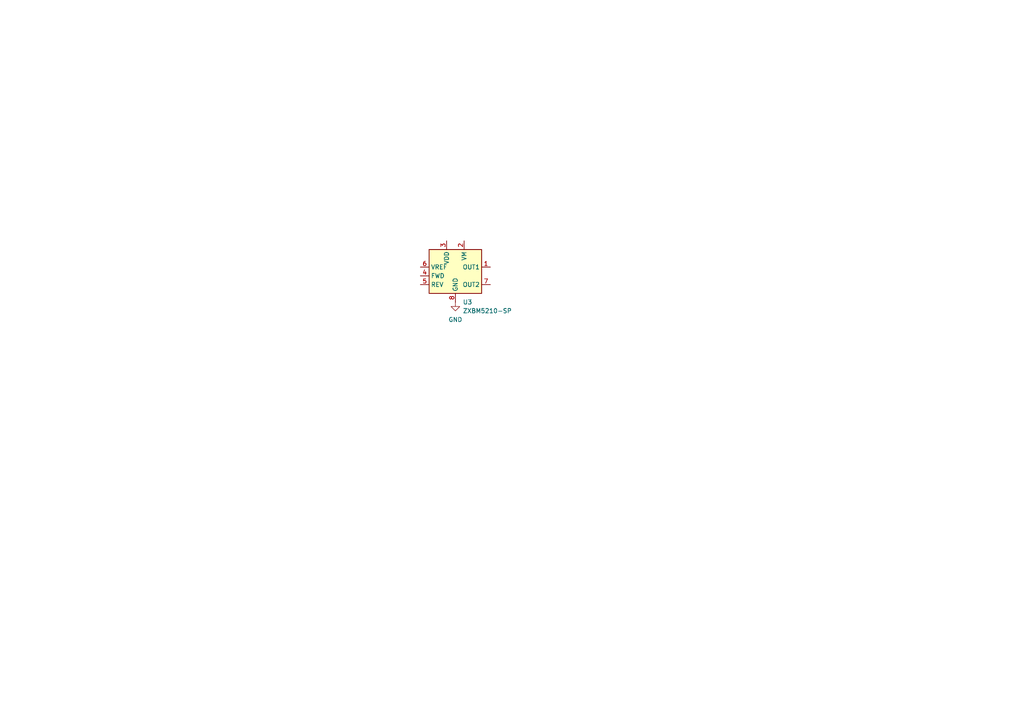
<source format=kicad_sch>
(kicad_sch (version 20250114) (generator "eeschema") (generator_version "9.0")
  (paper "A4")
  (lib_symbols
    (symbol "Driver_Motor:ZXBM5210-SP"
      (property "Reference" "U" (at -7.62 8.89 0))
      (property "Value" "ZXBM5210-SP" (at 10.16 8.89 0))
      (symbol "ZXBM5210-SP_0_0"
        (pin input line (at -10.16 2.54 0) (length 2.54) (name "VREF") (number "6"))
        (pin input line (at -10.16 0 0) (length 2.54) (name "FWD") (number "4"))
        (pin input line (at -10.16 -2.54 0) (length 2.54) (name "REV") (number "5"))
        (pin power_in line (at -2.54 10.16 270) (length 2.54) (name "VDD") (number "3"))
        (pin power_in line (at 0 -7.62 90) (length 2.54) (name "GND") (number "8"))
        (pin passive line (at 0 -7.62 90) (length 2.54) (hide yes) (name "GND") (number "9"))
        (pin power_in line (at 2.54 10.16 270) (length 2.54) (name "VM") (number "2"))
        (pin output line (at 10.16 2.54 180) (length 2.54) (name "OUT1") (number "1"))
        (pin output line (at 10.16 -2.54 180) (length 2.54) (name "OUT2") (number "7"))
      )
      (symbol "ZXBM5210-SP_0_1"
        (rectangle (start -7.62 7.62) (end 7.62 -5.08) (stroke (width 0.254)) (fill (type background)))
      )
    )
    (symbol "power:GND" (power) (pin_numbers (hide yes)) (pin_names (offset 0) (hide yes))
      (property "Value" "GND" (at 0 -3.81 0))
      (symbol "GND_0_1"
        (polyline (pts (xy 0 0) (xy 0 -1.27) (xy 1.27 -1.27) (xy 0 -2.54) (xy -1.27 -1.27) (xy 0 -1.27)))
      )
      (symbol "GND_1_1"
        (pin power_in line (at 0 0 270) (length 0) (name "~") (number "1"))
      )
    )
  )
  (symbol (lib_id "Driver_Motor:ZXBM5210-SP") (at 132.08 80.01 0) (unit 1)
    (property "Reference" "U3" (at 134.2233 87.63 0) (effects (justify left)))
    (property "Value" "ZXBM5210-SP" (at 134.2233 90.17 0) (effects (justify left)))
    (property "Footprint" "Package_SO:Diodes_SO-8EP" (effects (hide yes)))
    (property "Datasheet" "https://www.diodes.com/assets/Datasheets/ZXBM5210.pdf" (effects (hide yes)))
    (property "Description" "Reversible DC motor drive with speed control, 3-18V, 0.85A, SOIC-8EP" (effects (hide yes)))
  )
  (symbol (lib_id "power:GND") (at 132.08 87.63 0) (unit 1)
    (property "Reference" "#PWR026" (effects (hide yes)))
    (property "Value" "GND" (at 132.08 92.71 0))
    (property "Description" "Power symbol creates a global label with name \"GND\" , ground" (effects (hide yes)))
  )
)
</source>
